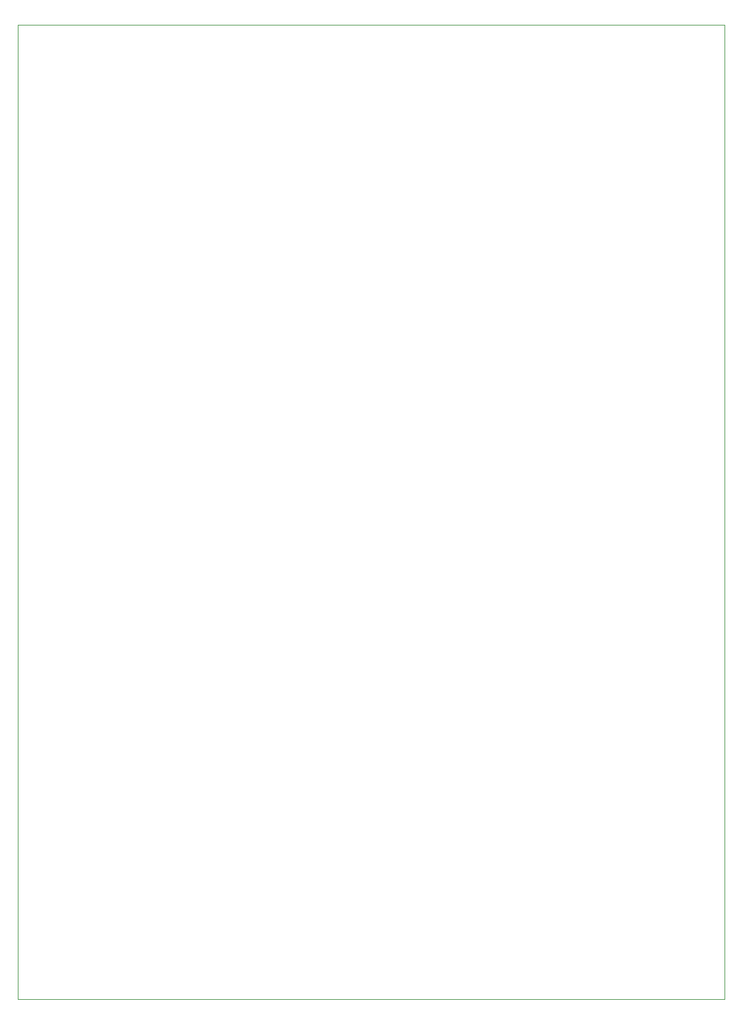
<source format=gbr>
%TF.GenerationSoftware,KiCad,Pcbnew,5.1.10*%
%TF.CreationDate,2021-06-28T20:45:46+02:00*%
%TF.ProjectId,lni-badge,6c6e692d-6261-4646-9765-2e6b69636164,rev?*%
%TF.SameCoordinates,Original*%
%TF.FileFunction,Profile,NP*%
%FSLAX46Y46*%
G04 Gerber Fmt 4.6, Leading zero omitted, Abs format (unit mm)*
G04 Created by KiCad (PCBNEW 5.1.10) date 2021-06-28 20:45:46*
%MOMM*%
%LPD*%
G01*
G04 APERTURE LIST*
%TA.AperFunction,Profile*%
%ADD10C,0.100000*%
%TD*%
G04 APERTURE END LIST*
D10*
X180340000Y-25400000D02*
X180340000Y-154940000D01*
X86360000Y-25400000D02*
X180340000Y-25400000D01*
X86360000Y-154940000D02*
X86360000Y-25400000D01*
X180340000Y-154940000D02*
X86360000Y-154940000D01*
M02*

</source>
